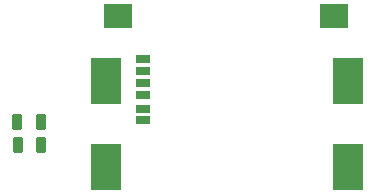
<source format=gbp>
G04 Layer_Color=128*
%FSLAX44Y44*%
%MOMM*%
G71*
G01*
G75*
%ADD10R,2.5000X4.0000*%
%ADD11R,2.3400X2.0000*%
%ADD25R,1.2700X0.6350*%
G04:AMPARAMS|DCode=26|XSize=1.3mm|YSize=0.8mm|CornerRadius=0.1mm|HoleSize=0mm|Usage=FLASHONLY|Rotation=270.000|XOffset=0mm|YOffset=0mm|HoleType=Round|Shape=RoundedRectangle|*
%AMROUNDEDRECTD26*
21,1,1.3000,0.6000,0,0,270.0*
21,1,1.1000,0.8000,0,0,270.0*
1,1,0.2000,-0.3000,-0.5500*
1,1,0.2000,-0.3000,0.5500*
1,1,0.2000,0.3000,0.5500*
1,1,0.2000,0.3000,-0.5500*
%
%ADD26ROUNDEDRECTD26*%
D10*
X456720Y-54370D02*
D03*
X251720D02*
D03*
Y18370D02*
D03*
X456720D02*
D03*
D11*
X444500Y73100D02*
D03*
X262000D02*
D03*
D25*
X283210Y-14660D02*
D03*
Y-5588D02*
D03*
Y16510D02*
D03*
Y6350D02*
D03*
Y26670D02*
D03*
Y36830D02*
D03*
D26*
X196750Y-36250D02*
D03*
X176750D02*
D03*
X176500Y-16750D02*
D03*
X196500D02*
D03*
M02*

</source>
